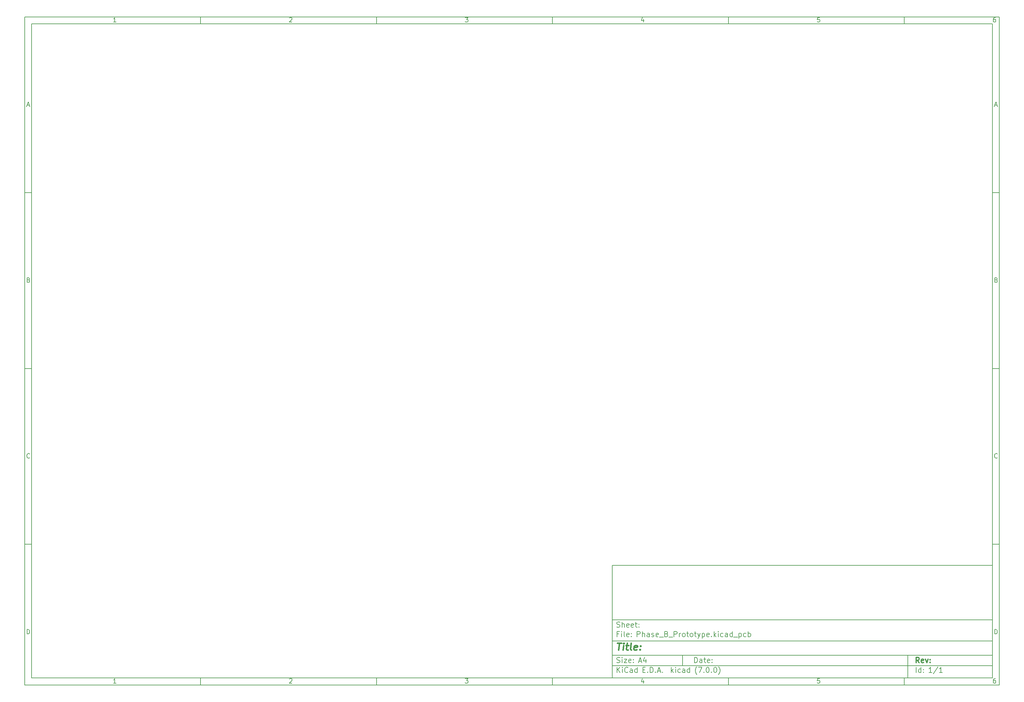
<source format=gbr>
%TF.GenerationSoftware,KiCad,Pcbnew,(7.0.0)*%
%TF.CreationDate,2023-04-24T03:13:22-06:00*%
%TF.ProjectId,Phase_B_Prototype,50686173-655f-4425-9f50-726f746f7479,rev?*%
%TF.SameCoordinates,Original*%
%TF.FileFunction,Legend,Bot*%
%TF.FilePolarity,Positive*%
%FSLAX46Y46*%
G04 Gerber Fmt 4.6, Leading zero omitted, Abs format (unit mm)*
G04 Created by KiCad (PCBNEW (7.0.0)) date 2023-04-24 03:13:22*
%MOMM*%
%LPD*%
G01*
G04 APERTURE LIST*
%ADD10C,0.100000*%
%ADD11C,0.150000*%
%ADD12C,0.300000*%
%ADD13C,0.400000*%
%ADD14R,1.700000X1.700000*%
%ADD15O,1.700000X1.700000*%
%ADD16R,2.000000X2.000000*%
%ADD17C,2.000000*%
%ADD18C,1.000000*%
%ADD19C,3.000000*%
%ADD20R,1.500000X1.500000*%
%ADD21C,1.500000*%
%TA.AperFunction,Profile*%
%ADD22C,0.150000*%
%TD*%
G04 APERTURE END LIST*
D10*
D11*
X177002200Y-166007200D02*
X285002200Y-166007200D01*
X285002200Y-198007200D01*
X177002200Y-198007200D01*
X177002200Y-166007200D01*
D10*
D11*
X10000000Y-10000000D02*
X287002200Y-10000000D01*
X287002200Y-200007200D01*
X10000000Y-200007200D01*
X10000000Y-10000000D01*
D10*
D11*
X12000000Y-12000000D02*
X285002200Y-12000000D01*
X285002200Y-198007200D01*
X12000000Y-198007200D01*
X12000000Y-12000000D01*
D10*
D11*
X60000000Y-12000000D02*
X60000000Y-10000000D01*
D10*
D11*
X110000000Y-12000000D02*
X110000000Y-10000000D01*
D10*
D11*
X160000000Y-12000000D02*
X160000000Y-10000000D01*
D10*
D11*
X210000000Y-12000000D02*
X210000000Y-10000000D01*
D10*
D11*
X260000000Y-12000000D02*
X260000000Y-10000000D01*
D10*
D11*
X35990476Y-11477595D02*
X35247619Y-11477595D01*
X35619047Y-11477595D02*
X35619047Y-10177595D01*
X35619047Y-10177595D02*
X35495238Y-10363309D01*
X35495238Y-10363309D02*
X35371428Y-10487119D01*
X35371428Y-10487119D02*
X35247619Y-10549023D01*
D10*
D11*
X85247619Y-10301404D02*
X85309523Y-10239500D01*
X85309523Y-10239500D02*
X85433333Y-10177595D01*
X85433333Y-10177595D02*
X85742857Y-10177595D01*
X85742857Y-10177595D02*
X85866666Y-10239500D01*
X85866666Y-10239500D02*
X85928571Y-10301404D01*
X85928571Y-10301404D02*
X85990476Y-10425214D01*
X85990476Y-10425214D02*
X85990476Y-10549023D01*
X85990476Y-10549023D02*
X85928571Y-10734738D01*
X85928571Y-10734738D02*
X85185714Y-11477595D01*
X85185714Y-11477595D02*
X85990476Y-11477595D01*
D10*
D11*
X135185714Y-10177595D02*
X135990476Y-10177595D01*
X135990476Y-10177595D02*
X135557142Y-10672833D01*
X135557142Y-10672833D02*
X135742857Y-10672833D01*
X135742857Y-10672833D02*
X135866666Y-10734738D01*
X135866666Y-10734738D02*
X135928571Y-10796642D01*
X135928571Y-10796642D02*
X135990476Y-10920452D01*
X135990476Y-10920452D02*
X135990476Y-11229976D01*
X135990476Y-11229976D02*
X135928571Y-11353785D01*
X135928571Y-11353785D02*
X135866666Y-11415690D01*
X135866666Y-11415690D02*
X135742857Y-11477595D01*
X135742857Y-11477595D02*
X135371428Y-11477595D01*
X135371428Y-11477595D02*
X135247619Y-11415690D01*
X135247619Y-11415690D02*
X135185714Y-11353785D01*
D10*
D11*
X185866666Y-10610928D02*
X185866666Y-11477595D01*
X185557142Y-10115690D02*
X185247619Y-11044261D01*
X185247619Y-11044261D02*
X186052380Y-11044261D01*
D10*
D11*
X235928571Y-10177595D02*
X235309523Y-10177595D01*
X235309523Y-10177595D02*
X235247619Y-10796642D01*
X235247619Y-10796642D02*
X235309523Y-10734738D01*
X235309523Y-10734738D02*
X235433333Y-10672833D01*
X235433333Y-10672833D02*
X235742857Y-10672833D01*
X235742857Y-10672833D02*
X235866666Y-10734738D01*
X235866666Y-10734738D02*
X235928571Y-10796642D01*
X235928571Y-10796642D02*
X235990476Y-10920452D01*
X235990476Y-10920452D02*
X235990476Y-11229976D01*
X235990476Y-11229976D02*
X235928571Y-11353785D01*
X235928571Y-11353785D02*
X235866666Y-11415690D01*
X235866666Y-11415690D02*
X235742857Y-11477595D01*
X235742857Y-11477595D02*
X235433333Y-11477595D01*
X235433333Y-11477595D02*
X235309523Y-11415690D01*
X235309523Y-11415690D02*
X235247619Y-11353785D01*
D10*
D11*
X285866666Y-10177595D02*
X285619047Y-10177595D01*
X285619047Y-10177595D02*
X285495238Y-10239500D01*
X285495238Y-10239500D02*
X285433333Y-10301404D01*
X285433333Y-10301404D02*
X285309523Y-10487119D01*
X285309523Y-10487119D02*
X285247619Y-10734738D01*
X285247619Y-10734738D02*
X285247619Y-11229976D01*
X285247619Y-11229976D02*
X285309523Y-11353785D01*
X285309523Y-11353785D02*
X285371428Y-11415690D01*
X285371428Y-11415690D02*
X285495238Y-11477595D01*
X285495238Y-11477595D02*
X285742857Y-11477595D01*
X285742857Y-11477595D02*
X285866666Y-11415690D01*
X285866666Y-11415690D02*
X285928571Y-11353785D01*
X285928571Y-11353785D02*
X285990476Y-11229976D01*
X285990476Y-11229976D02*
X285990476Y-10920452D01*
X285990476Y-10920452D02*
X285928571Y-10796642D01*
X285928571Y-10796642D02*
X285866666Y-10734738D01*
X285866666Y-10734738D02*
X285742857Y-10672833D01*
X285742857Y-10672833D02*
X285495238Y-10672833D01*
X285495238Y-10672833D02*
X285371428Y-10734738D01*
X285371428Y-10734738D02*
X285309523Y-10796642D01*
X285309523Y-10796642D02*
X285247619Y-10920452D01*
D10*
D11*
X60000000Y-198007200D02*
X60000000Y-200007200D01*
D10*
D11*
X110000000Y-198007200D02*
X110000000Y-200007200D01*
D10*
D11*
X160000000Y-198007200D02*
X160000000Y-200007200D01*
D10*
D11*
X210000000Y-198007200D02*
X210000000Y-200007200D01*
D10*
D11*
X260000000Y-198007200D02*
X260000000Y-200007200D01*
D10*
D11*
X35990476Y-199484795D02*
X35247619Y-199484795D01*
X35619047Y-199484795D02*
X35619047Y-198184795D01*
X35619047Y-198184795D02*
X35495238Y-198370509D01*
X35495238Y-198370509D02*
X35371428Y-198494319D01*
X35371428Y-198494319D02*
X35247619Y-198556223D01*
D10*
D11*
X85247619Y-198308604D02*
X85309523Y-198246700D01*
X85309523Y-198246700D02*
X85433333Y-198184795D01*
X85433333Y-198184795D02*
X85742857Y-198184795D01*
X85742857Y-198184795D02*
X85866666Y-198246700D01*
X85866666Y-198246700D02*
X85928571Y-198308604D01*
X85928571Y-198308604D02*
X85990476Y-198432414D01*
X85990476Y-198432414D02*
X85990476Y-198556223D01*
X85990476Y-198556223D02*
X85928571Y-198741938D01*
X85928571Y-198741938D02*
X85185714Y-199484795D01*
X85185714Y-199484795D02*
X85990476Y-199484795D01*
D10*
D11*
X135185714Y-198184795D02*
X135990476Y-198184795D01*
X135990476Y-198184795D02*
X135557142Y-198680033D01*
X135557142Y-198680033D02*
X135742857Y-198680033D01*
X135742857Y-198680033D02*
X135866666Y-198741938D01*
X135866666Y-198741938D02*
X135928571Y-198803842D01*
X135928571Y-198803842D02*
X135990476Y-198927652D01*
X135990476Y-198927652D02*
X135990476Y-199237176D01*
X135990476Y-199237176D02*
X135928571Y-199360985D01*
X135928571Y-199360985D02*
X135866666Y-199422890D01*
X135866666Y-199422890D02*
X135742857Y-199484795D01*
X135742857Y-199484795D02*
X135371428Y-199484795D01*
X135371428Y-199484795D02*
X135247619Y-199422890D01*
X135247619Y-199422890D02*
X135185714Y-199360985D01*
D10*
D11*
X185866666Y-198618128D02*
X185866666Y-199484795D01*
X185557142Y-198122890D02*
X185247619Y-199051461D01*
X185247619Y-199051461D02*
X186052380Y-199051461D01*
D10*
D11*
X235928571Y-198184795D02*
X235309523Y-198184795D01*
X235309523Y-198184795D02*
X235247619Y-198803842D01*
X235247619Y-198803842D02*
X235309523Y-198741938D01*
X235309523Y-198741938D02*
X235433333Y-198680033D01*
X235433333Y-198680033D02*
X235742857Y-198680033D01*
X235742857Y-198680033D02*
X235866666Y-198741938D01*
X235866666Y-198741938D02*
X235928571Y-198803842D01*
X235928571Y-198803842D02*
X235990476Y-198927652D01*
X235990476Y-198927652D02*
X235990476Y-199237176D01*
X235990476Y-199237176D02*
X235928571Y-199360985D01*
X235928571Y-199360985D02*
X235866666Y-199422890D01*
X235866666Y-199422890D02*
X235742857Y-199484795D01*
X235742857Y-199484795D02*
X235433333Y-199484795D01*
X235433333Y-199484795D02*
X235309523Y-199422890D01*
X235309523Y-199422890D02*
X235247619Y-199360985D01*
D10*
D11*
X285866666Y-198184795D02*
X285619047Y-198184795D01*
X285619047Y-198184795D02*
X285495238Y-198246700D01*
X285495238Y-198246700D02*
X285433333Y-198308604D01*
X285433333Y-198308604D02*
X285309523Y-198494319D01*
X285309523Y-198494319D02*
X285247619Y-198741938D01*
X285247619Y-198741938D02*
X285247619Y-199237176D01*
X285247619Y-199237176D02*
X285309523Y-199360985D01*
X285309523Y-199360985D02*
X285371428Y-199422890D01*
X285371428Y-199422890D02*
X285495238Y-199484795D01*
X285495238Y-199484795D02*
X285742857Y-199484795D01*
X285742857Y-199484795D02*
X285866666Y-199422890D01*
X285866666Y-199422890D02*
X285928571Y-199360985D01*
X285928571Y-199360985D02*
X285990476Y-199237176D01*
X285990476Y-199237176D02*
X285990476Y-198927652D01*
X285990476Y-198927652D02*
X285928571Y-198803842D01*
X285928571Y-198803842D02*
X285866666Y-198741938D01*
X285866666Y-198741938D02*
X285742857Y-198680033D01*
X285742857Y-198680033D02*
X285495238Y-198680033D01*
X285495238Y-198680033D02*
X285371428Y-198741938D01*
X285371428Y-198741938D02*
X285309523Y-198803842D01*
X285309523Y-198803842D02*
X285247619Y-198927652D01*
D10*
D11*
X10000000Y-60000000D02*
X12000000Y-60000000D01*
D10*
D11*
X10000000Y-110000000D02*
X12000000Y-110000000D01*
D10*
D11*
X10000000Y-160000000D02*
X12000000Y-160000000D01*
D10*
D11*
X10690476Y-35106166D02*
X11309523Y-35106166D01*
X10566666Y-35477595D02*
X10999999Y-34177595D01*
X10999999Y-34177595D02*
X11433333Y-35477595D01*
D10*
D11*
X11092857Y-84796642D02*
X11278571Y-84858547D01*
X11278571Y-84858547D02*
X11340476Y-84920452D01*
X11340476Y-84920452D02*
X11402380Y-85044261D01*
X11402380Y-85044261D02*
X11402380Y-85229976D01*
X11402380Y-85229976D02*
X11340476Y-85353785D01*
X11340476Y-85353785D02*
X11278571Y-85415690D01*
X11278571Y-85415690D02*
X11154761Y-85477595D01*
X11154761Y-85477595D02*
X10659523Y-85477595D01*
X10659523Y-85477595D02*
X10659523Y-84177595D01*
X10659523Y-84177595D02*
X11092857Y-84177595D01*
X11092857Y-84177595D02*
X11216666Y-84239500D01*
X11216666Y-84239500D02*
X11278571Y-84301404D01*
X11278571Y-84301404D02*
X11340476Y-84425214D01*
X11340476Y-84425214D02*
X11340476Y-84549023D01*
X11340476Y-84549023D02*
X11278571Y-84672833D01*
X11278571Y-84672833D02*
X11216666Y-84734738D01*
X11216666Y-84734738D02*
X11092857Y-84796642D01*
X11092857Y-84796642D02*
X10659523Y-84796642D01*
D10*
D11*
X11402380Y-135353785D02*
X11340476Y-135415690D01*
X11340476Y-135415690D02*
X11154761Y-135477595D01*
X11154761Y-135477595D02*
X11030952Y-135477595D01*
X11030952Y-135477595D02*
X10845238Y-135415690D01*
X10845238Y-135415690D02*
X10721428Y-135291880D01*
X10721428Y-135291880D02*
X10659523Y-135168071D01*
X10659523Y-135168071D02*
X10597619Y-134920452D01*
X10597619Y-134920452D02*
X10597619Y-134734738D01*
X10597619Y-134734738D02*
X10659523Y-134487119D01*
X10659523Y-134487119D02*
X10721428Y-134363309D01*
X10721428Y-134363309D02*
X10845238Y-134239500D01*
X10845238Y-134239500D02*
X11030952Y-134177595D01*
X11030952Y-134177595D02*
X11154761Y-134177595D01*
X11154761Y-134177595D02*
X11340476Y-134239500D01*
X11340476Y-134239500D02*
X11402380Y-134301404D01*
D10*
D11*
X10659523Y-185477595D02*
X10659523Y-184177595D01*
X10659523Y-184177595D02*
X10969047Y-184177595D01*
X10969047Y-184177595D02*
X11154761Y-184239500D01*
X11154761Y-184239500D02*
X11278571Y-184363309D01*
X11278571Y-184363309D02*
X11340476Y-184487119D01*
X11340476Y-184487119D02*
X11402380Y-184734738D01*
X11402380Y-184734738D02*
X11402380Y-184920452D01*
X11402380Y-184920452D02*
X11340476Y-185168071D01*
X11340476Y-185168071D02*
X11278571Y-185291880D01*
X11278571Y-185291880D02*
X11154761Y-185415690D01*
X11154761Y-185415690D02*
X10969047Y-185477595D01*
X10969047Y-185477595D02*
X10659523Y-185477595D01*
D10*
D11*
X287002200Y-60000000D02*
X285002200Y-60000000D01*
D10*
D11*
X287002200Y-110000000D02*
X285002200Y-110000000D01*
D10*
D11*
X287002200Y-160000000D02*
X285002200Y-160000000D01*
D10*
D11*
X285692676Y-35106166D02*
X286311723Y-35106166D01*
X285568866Y-35477595D02*
X286002199Y-34177595D01*
X286002199Y-34177595D02*
X286435533Y-35477595D01*
D10*
D11*
X286095057Y-84796642D02*
X286280771Y-84858547D01*
X286280771Y-84858547D02*
X286342676Y-84920452D01*
X286342676Y-84920452D02*
X286404580Y-85044261D01*
X286404580Y-85044261D02*
X286404580Y-85229976D01*
X286404580Y-85229976D02*
X286342676Y-85353785D01*
X286342676Y-85353785D02*
X286280771Y-85415690D01*
X286280771Y-85415690D02*
X286156961Y-85477595D01*
X286156961Y-85477595D02*
X285661723Y-85477595D01*
X285661723Y-85477595D02*
X285661723Y-84177595D01*
X285661723Y-84177595D02*
X286095057Y-84177595D01*
X286095057Y-84177595D02*
X286218866Y-84239500D01*
X286218866Y-84239500D02*
X286280771Y-84301404D01*
X286280771Y-84301404D02*
X286342676Y-84425214D01*
X286342676Y-84425214D02*
X286342676Y-84549023D01*
X286342676Y-84549023D02*
X286280771Y-84672833D01*
X286280771Y-84672833D02*
X286218866Y-84734738D01*
X286218866Y-84734738D02*
X286095057Y-84796642D01*
X286095057Y-84796642D02*
X285661723Y-84796642D01*
D10*
D11*
X286404580Y-135353785D02*
X286342676Y-135415690D01*
X286342676Y-135415690D02*
X286156961Y-135477595D01*
X286156961Y-135477595D02*
X286033152Y-135477595D01*
X286033152Y-135477595D02*
X285847438Y-135415690D01*
X285847438Y-135415690D02*
X285723628Y-135291880D01*
X285723628Y-135291880D02*
X285661723Y-135168071D01*
X285661723Y-135168071D02*
X285599819Y-134920452D01*
X285599819Y-134920452D02*
X285599819Y-134734738D01*
X285599819Y-134734738D02*
X285661723Y-134487119D01*
X285661723Y-134487119D02*
X285723628Y-134363309D01*
X285723628Y-134363309D02*
X285847438Y-134239500D01*
X285847438Y-134239500D02*
X286033152Y-134177595D01*
X286033152Y-134177595D02*
X286156961Y-134177595D01*
X286156961Y-134177595D02*
X286342676Y-134239500D01*
X286342676Y-134239500D02*
X286404580Y-134301404D01*
D10*
D11*
X285661723Y-185477595D02*
X285661723Y-184177595D01*
X285661723Y-184177595D02*
X285971247Y-184177595D01*
X285971247Y-184177595D02*
X286156961Y-184239500D01*
X286156961Y-184239500D02*
X286280771Y-184363309D01*
X286280771Y-184363309D02*
X286342676Y-184487119D01*
X286342676Y-184487119D02*
X286404580Y-184734738D01*
X286404580Y-184734738D02*
X286404580Y-184920452D01*
X286404580Y-184920452D02*
X286342676Y-185168071D01*
X286342676Y-185168071D02*
X286280771Y-185291880D01*
X286280771Y-185291880D02*
X286156961Y-185415690D01*
X286156961Y-185415690D02*
X285971247Y-185477595D01*
X285971247Y-185477595D02*
X285661723Y-185477595D01*
D10*
D11*
X200359342Y-193658271D02*
X200359342Y-192158271D01*
X200359342Y-192158271D02*
X200716485Y-192158271D01*
X200716485Y-192158271D02*
X200930771Y-192229700D01*
X200930771Y-192229700D02*
X201073628Y-192372557D01*
X201073628Y-192372557D02*
X201145057Y-192515414D01*
X201145057Y-192515414D02*
X201216485Y-192801128D01*
X201216485Y-192801128D02*
X201216485Y-193015414D01*
X201216485Y-193015414D02*
X201145057Y-193301128D01*
X201145057Y-193301128D02*
X201073628Y-193443985D01*
X201073628Y-193443985D02*
X200930771Y-193586842D01*
X200930771Y-193586842D02*
X200716485Y-193658271D01*
X200716485Y-193658271D02*
X200359342Y-193658271D01*
X202502200Y-193658271D02*
X202502200Y-192872557D01*
X202502200Y-192872557D02*
X202430771Y-192729700D01*
X202430771Y-192729700D02*
X202287914Y-192658271D01*
X202287914Y-192658271D02*
X202002200Y-192658271D01*
X202002200Y-192658271D02*
X201859342Y-192729700D01*
X202502200Y-193586842D02*
X202359342Y-193658271D01*
X202359342Y-193658271D02*
X202002200Y-193658271D01*
X202002200Y-193658271D02*
X201859342Y-193586842D01*
X201859342Y-193586842D02*
X201787914Y-193443985D01*
X201787914Y-193443985D02*
X201787914Y-193301128D01*
X201787914Y-193301128D02*
X201859342Y-193158271D01*
X201859342Y-193158271D02*
X202002200Y-193086842D01*
X202002200Y-193086842D02*
X202359342Y-193086842D01*
X202359342Y-193086842D02*
X202502200Y-193015414D01*
X203002200Y-192658271D02*
X203573628Y-192658271D01*
X203216485Y-192158271D02*
X203216485Y-193443985D01*
X203216485Y-193443985D02*
X203287914Y-193586842D01*
X203287914Y-193586842D02*
X203430771Y-193658271D01*
X203430771Y-193658271D02*
X203573628Y-193658271D01*
X204645057Y-193586842D02*
X204502200Y-193658271D01*
X204502200Y-193658271D02*
X204216486Y-193658271D01*
X204216486Y-193658271D02*
X204073628Y-193586842D01*
X204073628Y-193586842D02*
X204002200Y-193443985D01*
X204002200Y-193443985D02*
X204002200Y-192872557D01*
X204002200Y-192872557D02*
X204073628Y-192729700D01*
X204073628Y-192729700D02*
X204216486Y-192658271D01*
X204216486Y-192658271D02*
X204502200Y-192658271D01*
X204502200Y-192658271D02*
X204645057Y-192729700D01*
X204645057Y-192729700D02*
X204716486Y-192872557D01*
X204716486Y-192872557D02*
X204716486Y-193015414D01*
X204716486Y-193015414D02*
X204002200Y-193158271D01*
X205359342Y-193515414D02*
X205430771Y-193586842D01*
X205430771Y-193586842D02*
X205359342Y-193658271D01*
X205359342Y-193658271D02*
X205287914Y-193586842D01*
X205287914Y-193586842D02*
X205359342Y-193515414D01*
X205359342Y-193515414D02*
X205359342Y-193658271D01*
X205359342Y-192729700D02*
X205430771Y-192801128D01*
X205430771Y-192801128D02*
X205359342Y-192872557D01*
X205359342Y-192872557D02*
X205287914Y-192801128D01*
X205287914Y-192801128D02*
X205359342Y-192729700D01*
X205359342Y-192729700D02*
X205359342Y-192872557D01*
D10*
D11*
X177002200Y-194507200D02*
X285002200Y-194507200D01*
D10*
D11*
X178359342Y-196458271D02*
X178359342Y-194958271D01*
X179216485Y-196458271D02*
X178573628Y-195601128D01*
X179216485Y-194958271D02*
X178359342Y-195815414D01*
X179859342Y-196458271D02*
X179859342Y-195458271D01*
X179859342Y-194958271D02*
X179787914Y-195029700D01*
X179787914Y-195029700D02*
X179859342Y-195101128D01*
X179859342Y-195101128D02*
X179930771Y-195029700D01*
X179930771Y-195029700D02*
X179859342Y-194958271D01*
X179859342Y-194958271D02*
X179859342Y-195101128D01*
X181430771Y-196315414D02*
X181359343Y-196386842D01*
X181359343Y-196386842D02*
X181145057Y-196458271D01*
X181145057Y-196458271D02*
X181002200Y-196458271D01*
X181002200Y-196458271D02*
X180787914Y-196386842D01*
X180787914Y-196386842D02*
X180645057Y-196243985D01*
X180645057Y-196243985D02*
X180573628Y-196101128D01*
X180573628Y-196101128D02*
X180502200Y-195815414D01*
X180502200Y-195815414D02*
X180502200Y-195601128D01*
X180502200Y-195601128D02*
X180573628Y-195315414D01*
X180573628Y-195315414D02*
X180645057Y-195172557D01*
X180645057Y-195172557D02*
X180787914Y-195029700D01*
X180787914Y-195029700D02*
X181002200Y-194958271D01*
X181002200Y-194958271D02*
X181145057Y-194958271D01*
X181145057Y-194958271D02*
X181359343Y-195029700D01*
X181359343Y-195029700D02*
X181430771Y-195101128D01*
X182716486Y-196458271D02*
X182716486Y-195672557D01*
X182716486Y-195672557D02*
X182645057Y-195529700D01*
X182645057Y-195529700D02*
X182502200Y-195458271D01*
X182502200Y-195458271D02*
X182216486Y-195458271D01*
X182216486Y-195458271D02*
X182073628Y-195529700D01*
X182716486Y-196386842D02*
X182573628Y-196458271D01*
X182573628Y-196458271D02*
X182216486Y-196458271D01*
X182216486Y-196458271D02*
X182073628Y-196386842D01*
X182073628Y-196386842D02*
X182002200Y-196243985D01*
X182002200Y-196243985D02*
X182002200Y-196101128D01*
X182002200Y-196101128D02*
X182073628Y-195958271D01*
X182073628Y-195958271D02*
X182216486Y-195886842D01*
X182216486Y-195886842D02*
X182573628Y-195886842D01*
X182573628Y-195886842D02*
X182716486Y-195815414D01*
X184073629Y-196458271D02*
X184073629Y-194958271D01*
X184073629Y-196386842D02*
X183930771Y-196458271D01*
X183930771Y-196458271D02*
X183645057Y-196458271D01*
X183645057Y-196458271D02*
X183502200Y-196386842D01*
X183502200Y-196386842D02*
X183430771Y-196315414D01*
X183430771Y-196315414D02*
X183359343Y-196172557D01*
X183359343Y-196172557D02*
X183359343Y-195743985D01*
X183359343Y-195743985D02*
X183430771Y-195601128D01*
X183430771Y-195601128D02*
X183502200Y-195529700D01*
X183502200Y-195529700D02*
X183645057Y-195458271D01*
X183645057Y-195458271D02*
X183930771Y-195458271D01*
X183930771Y-195458271D02*
X184073629Y-195529700D01*
X185687914Y-195672557D02*
X186187914Y-195672557D01*
X186402200Y-196458271D02*
X185687914Y-196458271D01*
X185687914Y-196458271D02*
X185687914Y-194958271D01*
X185687914Y-194958271D02*
X186402200Y-194958271D01*
X187045057Y-196315414D02*
X187116486Y-196386842D01*
X187116486Y-196386842D02*
X187045057Y-196458271D01*
X187045057Y-196458271D02*
X186973629Y-196386842D01*
X186973629Y-196386842D02*
X187045057Y-196315414D01*
X187045057Y-196315414D02*
X187045057Y-196458271D01*
X187759343Y-196458271D02*
X187759343Y-194958271D01*
X187759343Y-194958271D02*
X188116486Y-194958271D01*
X188116486Y-194958271D02*
X188330772Y-195029700D01*
X188330772Y-195029700D02*
X188473629Y-195172557D01*
X188473629Y-195172557D02*
X188545058Y-195315414D01*
X188545058Y-195315414D02*
X188616486Y-195601128D01*
X188616486Y-195601128D02*
X188616486Y-195815414D01*
X188616486Y-195815414D02*
X188545058Y-196101128D01*
X188545058Y-196101128D02*
X188473629Y-196243985D01*
X188473629Y-196243985D02*
X188330772Y-196386842D01*
X188330772Y-196386842D02*
X188116486Y-196458271D01*
X188116486Y-196458271D02*
X187759343Y-196458271D01*
X189259343Y-196315414D02*
X189330772Y-196386842D01*
X189330772Y-196386842D02*
X189259343Y-196458271D01*
X189259343Y-196458271D02*
X189187915Y-196386842D01*
X189187915Y-196386842D02*
X189259343Y-196315414D01*
X189259343Y-196315414D02*
X189259343Y-196458271D01*
X189902201Y-196029700D02*
X190616487Y-196029700D01*
X189759344Y-196458271D02*
X190259344Y-194958271D01*
X190259344Y-194958271D02*
X190759344Y-196458271D01*
X191259343Y-196315414D02*
X191330772Y-196386842D01*
X191330772Y-196386842D02*
X191259343Y-196458271D01*
X191259343Y-196458271D02*
X191187915Y-196386842D01*
X191187915Y-196386842D02*
X191259343Y-196315414D01*
X191259343Y-196315414D02*
X191259343Y-196458271D01*
X193773629Y-196458271D02*
X193773629Y-194958271D01*
X193916487Y-195886842D02*
X194345058Y-196458271D01*
X194345058Y-195458271D02*
X193773629Y-196029700D01*
X194987915Y-196458271D02*
X194987915Y-195458271D01*
X194987915Y-194958271D02*
X194916487Y-195029700D01*
X194916487Y-195029700D02*
X194987915Y-195101128D01*
X194987915Y-195101128D02*
X195059344Y-195029700D01*
X195059344Y-195029700D02*
X194987915Y-194958271D01*
X194987915Y-194958271D02*
X194987915Y-195101128D01*
X196345059Y-196386842D02*
X196202201Y-196458271D01*
X196202201Y-196458271D02*
X195916487Y-196458271D01*
X195916487Y-196458271D02*
X195773630Y-196386842D01*
X195773630Y-196386842D02*
X195702201Y-196315414D01*
X195702201Y-196315414D02*
X195630773Y-196172557D01*
X195630773Y-196172557D02*
X195630773Y-195743985D01*
X195630773Y-195743985D02*
X195702201Y-195601128D01*
X195702201Y-195601128D02*
X195773630Y-195529700D01*
X195773630Y-195529700D02*
X195916487Y-195458271D01*
X195916487Y-195458271D02*
X196202201Y-195458271D01*
X196202201Y-195458271D02*
X196345059Y-195529700D01*
X197630773Y-196458271D02*
X197630773Y-195672557D01*
X197630773Y-195672557D02*
X197559344Y-195529700D01*
X197559344Y-195529700D02*
X197416487Y-195458271D01*
X197416487Y-195458271D02*
X197130773Y-195458271D01*
X197130773Y-195458271D02*
X196987915Y-195529700D01*
X197630773Y-196386842D02*
X197487915Y-196458271D01*
X197487915Y-196458271D02*
X197130773Y-196458271D01*
X197130773Y-196458271D02*
X196987915Y-196386842D01*
X196987915Y-196386842D02*
X196916487Y-196243985D01*
X196916487Y-196243985D02*
X196916487Y-196101128D01*
X196916487Y-196101128D02*
X196987915Y-195958271D01*
X196987915Y-195958271D02*
X197130773Y-195886842D01*
X197130773Y-195886842D02*
X197487915Y-195886842D01*
X197487915Y-195886842D02*
X197630773Y-195815414D01*
X198987916Y-196458271D02*
X198987916Y-194958271D01*
X198987916Y-196386842D02*
X198845058Y-196458271D01*
X198845058Y-196458271D02*
X198559344Y-196458271D01*
X198559344Y-196458271D02*
X198416487Y-196386842D01*
X198416487Y-196386842D02*
X198345058Y-196315414D01*
X198345058Y-196315414D02*
X198273630Y-196172557D01*
X198273630Y-196172557D02*
X198273630Y-195743985D01*
X198273630Y-195743985D02*
X198345058Y-195601128D01*
X198345058Y-195601128D02*
X198416487Y-195529700D01*
X198416487Y-195529700D02*
X198559344Y-195458271D01*
X198559344Y-195458271D02*
X198845058Y-195458271D01*
X198845058Y-195458271D02*
X198987916Y-195529700D01*
X201030773Y-197029700D02*
X200959344Y-196958271D01*
X200959344Y-196958271D02*
X200816487Y-196743985D01*
X200816487Y-196743985D02*
X200745059Y-196601128D01*
X200745059Y-196601128D02*
X200673630Y-196386842D01*
X200673630Y-196386842D02*
X200602201Y-196029700D01*
X200602201Y-196029700D02*
X200602201Y-195743985D01*
X200602201Y-195743985D02*
X200673630Y-195386842D01*
X200673630Y-195386842D02*
X200745059Y-195172557D01*
X200745059Y-195172557D02*
X200816487Y-195029700D01*
X200816487Y-195029700D02*
X200959344Y-194815414D01*
X200959344Y-194815414D02*
X201030773Y-194743985D01*
X201459344Y-194958271D02*
X202459344Y-194958271D01*
X202459344Y-194958271D02*
X201816487Y-196458271D01*
X203030772Y-196315414D02*
X203102201Y-196386842D01*
X203102201Y-196386842D02*
X203030772Y-196458271D01*
X203030772Y-196458271D02*
X202959344Y-196386842D01*
X202959344Y-196386842D02*
X203030772Y-196315414D01*
X203030772Y-196315414D02*
X203030772Y-196458271D01*
X204030773Y-194958271D02*
X204173630Y-194958271D01*
X204173630Y-194958271D02*
X204316487Y-195029700D01*
X204316487Y-195029700D02*
X204387916Y-195101128D01*
X204387916Y-195101128D02*
X204459344Y-195243985D01*
X204459344Y-195243985D02*
X204530773Y-195529700D01*
X204530773Y-195529700D02*
X204530773Y-195886842D01*
X204530773Y-195886842D02*
X204459344Y-196172557D01*
X204459344Y-196172557D02*
X204387916Y-196315414D01*
X204387916Y-196315414D02*
X204316487Y-196386842D01*
X204316487Y-196386842D02*
X204173630Y-196458271D01*
X204173630Y-196458271D02*
X204030773Y-196458271D01*
X204030773Y-196458271D02*
X203887916Y-196386842D01*
X203887916Y-196386842D02*
X203816487Y-196315414D01*
X203816487Y-196315414D02*
X203745058Y-196172557D01*
X203745058Y-196172557D02*
X203673630Y-195886842D01*
X203673630Y-195886842D02*
X203673630Y-195529700D01*
X203673630Y-195529700D02*
X203745058Y-195243985D01*
X203745058Y-195243985D02*
X203816487Y-195101128D01*
X203816487Y-195101128D02*
X203887916Y-195029700D01*
X203887916Y-195029700D02*
X204030773Y-194958271D01*
X205173629Y-196315414D02*
X205245058Y-196386842D01*
X205245058Y-196386842D02*
X205173629Y-196458271D01*
X205173629Y-196458271D02*
X205102201Y-196386842D01*
X205102201Y-196386842D02*
X205173629Y-196315414D01*
X205173629Y-196315414D02*
X205173629Y-196458271D01*
X206173630Y-194958271D02*
X206316487Y-194958271D01*
X206316487Y-194958271D02*
X206459344Y-195029700D01*
X206459344Y-195029700D02*
X206530773Y-195101128D01*
X206530773Y-195101128D02*
X206602201Y-195243985D01*
X206602201Y-195243985D02*
X206673630Y-195529700D01*
X206673630Y-195529700D02*
X206673630Y-195886842D01*
X206673630Y-195886842D02*
X206602201Y-196172557D01*
X206602201Y-196172557D02*
X206530773Y-196315414D01*
X206530773Y-196315414D02*
X206459344Y-196386842D01*
X206459344Y-196386842D02*
X206316487Y-196458271D01*
X206316487Y-196458271D02*
X206173630Y-196458271D01*
X206173630Y-196458271D02*
X206030773Y-196386842D01*
X206030773Y-196386842D02*
X205959344Y-196315414D01*
X205959344Y-196315414D02*
X205887915Y-196172557D01*
X205887915Y-196172557D02*
X205816487Y-195886842D01*
X205816487Y-195886842D02*
X205816487Y-195529700D01*
X205816487Y-195529700D02*
X205887915Y-195243985D01*
X205887915Y-195243985D02*
X205959344Y-195101128D01*
X205959344Y-195101128D02*
X206030773Y-195029700D01*
X206030773Y-195029700D02*
X206173630Y-194958271D01*
X207173629Y-197029700D02*
X207245058Y-196958271D01*
X207245058Y-196958271D02*
X207387915Y-196743985D01*
X207387915Y-196743985D02*
X207459344Y-196601128D01*
X207459344Y-196601128D02*
X207530772Y-196386842D01*
X207530772Y-196386842D02*
X207602201Y-196029700D01*
X207602201Y-196029700D02*
X207602201Y-195743985D01*
X207602201Y-195743985D02*
X207530772Y-195386842D01*
X207530772Y-195386842D02*
X207459344Y-195172557D01*
X207459344Y-195172557D02*
X207387915Y-195029700D01*
X207387915Y-195029700D02*
X207245058Y-194815414D01*
X207245058Y-194815414D02*
X207173629Y-194743985D01*
D10*
D11*
X177002200Y-191507200D02*
X285002200Y-191507200D01*
D10*
D12*
X264216485Y-193658271D02*
X263716485Y-192943985D01*
X263359342Y-193658271D02*
X263359342Y-192158271D01*
X263359342Y-192158271D02*
X263930771Y-192158271D01*
X263930771Y-192158271D02*
X264073628Y-192229700D01*
X264073628Y-192229700D02*
X264145057Y-192301128D01*
X264145057Y-192301128D02*
X264216485Y-192443985D01*
X264216485Y-192443985D02*
X264216485Y-192658271D01*
X264216485Y-192658271D02*
X264145057Y-192801128D01*
X264145057Y-192801128D02*
X264073628Y-192872557D01*
X264073628Y-192872557D02*
X263930771Y-192943985D01*
X263930771Y-192943985D02*
X263359342Y-192943985D01*
X265430771Y-193586842D02*
X265287914Y-193658271D01*
X265287914Y-193658271D02*
X265002200Y-193658271D01*
X265002200Y-193658271D02*
X264859342Y-193586842D01*
X264859342Y-193586842D02*
X264787914Y-193443985D01*
X264787914Y-193443985D02*
X264787914Y-192872557D01*
X264787914Y-192872557D02*
X264859342Y-192729700D01*
X264859342Y-192729700D02*
X265002200Y-192658271D01*
X265002200Y-192658271D02*
X265287914Y-192658271D01*
X265287914Y-192658271D02*
X265430771Y-192729700D01*
X265430771Y-192729700D02*
X265502200Y-192872557D01*
X265502200Y-192872557D02*
X265502200Y-193015414D01*
X265502200Y-193015414D02*
X264787914Y-193158271D01*
X266002199Y-192658271D02*
X266359342Y-193658271D01*
X266359342Y-193658271D02*
X266716485Y-192658271D01*
X267287913Y-193515414D02*
X267359342Y-193586842D01*
X267359342Y-193586842D02*
X267287913Y-193658271D01*
X267287913Y-193658271D02*
X267216485Y-193586842D01*
X267216485Y-193586842D02*
X267287913Y-193515414D01*
X267287913Y-193515414D02*
X267287913Y-193658271D01*
X267287913Y-192729700D02*
X267359342Y-192801128D01*
X267359342Y-192801128D02*
X267287913Y-192872557D01*
X267287913Y-192872557D02*
X267216485Y-192801128D01*
X267216485Y-192801128D02*
X267287913Y-192729700D01*
X267287913Y-192729700D02*
X267287913Y-192872557D01*
D10*
D11*
X178287914Y-193586842D02*
X178502200Y-193658271D01*
X178502200Y-193658271D02*
X178859342Y-193658271D01*
X178859342Y-193658271D02*
X179002200Y-193586842D01*
X179002200Y-193586842D02*
X179073628Y-193515414D01*
X179073628Y-193515414D02*
X179145057Y-193372557D01*
X179145057Y-193372557D02*
X179145057Y-193229700D01*
X179145057Y-193229700D02*
X179073628Y-193086842D01*
X179073628Y-193086842D02*
X179002200Y-193015414D01*
X179002200Y-193015414D02*
X178859342Y-192943985D01*
X178859342Y-192943985D02*
X178573628Y-192872557D01*
X178573628Y-192872557D02*
X178430771Y-192801128D01*
X178430771Y-192801128D02*
X178359342Y-192729700D01*
X178359342Y-192729700D02*
X178287914Y-192586842D01*
X178287914Y-192586842D02*
X178287914Y-192443985D01*
X178287914Y-192443985D02*
X178359342Y-192301128D01*
X178359342Y-192301128D02*
X178430771Y-192229700D01*
X178430771Y-192229700D02*
X178573628Y-192158271D01*
X178573628Y-192158271D02*
X178930771Y-192158271D01*
X178930771Y-192158271D02*
X179145057Y-192229700D01*
X179787913Y-193658271D02*
X179787913Y-192658271D01*
X179787913Y-192158271D02*
X179716485Y-192229700D01*
X179716485Y-192229700D02*
X179787913Y-192301128D01*
X179787913Y-192301128D02*
X179859342Y-192229700D01*
X179859342Y-192229700D02*
X179787913Y-192158271D01*
X179787913Y-192158271D02*
X179787913Y-192301128D01*
X180359342Y-192658271D02*
X181145057Y-192658271D01*
X181145057Y-192658271D02*
X180359342Y-193658271D01*
X180359342Y-193658271D02*
X181145057Y-193658271D01*
X182287914Y-193586842D02*
X182145057Y-193658271D01*
X182145057Y-193658271D02*
X181859343Y-193658271D01*
X181859343Y-193658271D02*
X181716485Y-193586842D01*
X181716485Y-193586842D02*
X181645057Y-193443985D01*
X181645057Y-193443985D02*
X181645057Y-192872557D01*
X181645057Y-192872557D02*
X181716485Y-192729700D01*
X181716485Y-192729700D02*
X181859343Y-192658271D01*
X181859343Y-192658271D02*
X182145057Y-192658271D01*
X182145057Y-192658271D02*
X182287914Y-192729700D01*
X182287914Y-192729700D02*
X182359343Y-192872557D01*
X182359343Y-192872557D02*
X182359343Y-193015414D01*
X182359343Y-193015414D02*
X181645057Y-193158271D01*
X183002199Y-193515414D02*
X183073628Y-193586842D01*
X183073628Y-193586842D02*
X183002199Y-193658271D01*
X183002199Y-193658271D02*
X182930771Y-193586842D01*
X182930771Y-193586842D02*
X183002199Y-193515414D01*
X183002199Y-193515414D02*
X183002199Y-193658271D01*
X183002199Y-192729700D02*
X183073628Y-192801128D01*
X183073628Y-192801128D02*
X183002199Y-192872557D01*
X183002199Y-192872557D02*
X182930771Y-192801128D01*
X182930771Y-192801128D02*
X183002199Y-192729700D01*
X183002199Y-192729700D02*
X183002199Y-192872557D01*
X184545057Y-193229700D02*
X185259343Y-193229700D01*
X184402200Y-193658271D02*
X184902200Y-192158271D01*
X184902200Y-192158271D02*
X185402200Y-193658271D01*
X186545057Y-192658271D02*
X186545057Y-193658271D01*
X186187914Y-192086842D02*
X185830771Y-193158271D01*
X185830771Y-193158271D02*
X186759342Y-193158271D01*
D10*
D11*
X263359342Y-196458271D02*
X263359342Y-194958271D01*
X264716486Y-196458271D02*
X264716486Y-194958271D01*
X264716486Y-196386842D02*
X264573628Y-196458271D01*
X264573628Y-196458271D02*
X264287914Y-196458271D01*
X264287914Y-196458271D02*
X264145057Y-196386842D01*
X264145057Y-196386842D02*
X264073628Y-196315414D01*
X264073628Y-196315414D02*
X264002200Y-196172557D01*
X264002200Y-196172557D02*
X264002200Y-195743985D01*
X264002200Y-195743985D02*
X264073628Y-195601128D01*
X264073628Y-195601128D02*
X264145057Y-195529700D01*
X264145057Y-195529700D02*
X264287914Y-195458271D01*
X264287914Y-195458271D02*
X264573628Y-195458271D01*
X264573628Y-195458271D02*
X264716486Y-195529700D01*
X265430771Y-196315414D02*
X265502200Y-196386842D01*
X265502200Y-196386842D02*
X265430771Y-196458271D01*
X265430771Y-196458271D02*
X265359343Y-196386842D01*
X265359343Y-196386842D02*
X265430771Y-196315414D01*
X265430771Y-196315414D02*
X265430771Y-196458271D01*
X265430771Y-195529700D02*
X265502200Y-195601128D01*
X265502200Y-195601128D02*
X265430771Y-195672557D01*
X265430771Y-195672557D02*
X265359343Y-195601128D01*
X265359343Y-195601128D02*
X265430771Y-195529700D01*
X265430771Y-195529700D02*
X265430771Y-195672557D01*
X267830772Y-196458271D02*
X266973629Y-196458271D01*
X267402200Y-196458271D02*
X267402200Y-194958271D01*
X267402200Y-194958271D02*
X267259343Y-195172557D01*
X267259343Y-195172557D02*
X267116486Y-195315414D01*
X267116486Y-195315414D02*
X266973629Y-195386842D01*
X269545057Y-194886842D02*
X268259343Y-196815414D01*
X270830772Y-196458271D02*
X269973629Y-196458271D01*
X270402200Y-196458271D02*
X270402200Y-194958271D01*
X270402200Y-194958271D02*
X270259343Y-195172557D01*
X270259343Y-195172557D02*
X270116486Y-195315414D01*
X270116486Y-195315414D02*
X269973629Y-195386842D01*
D10*
D11*
X177002200Y-187507200D02*
X285002200Y-187507200D01*
D10*
D13*
X178454580Y-188041961D02*
X179597438Y-188041961D01*
X178776009Y-190041961D02*
X179026009Y-188041961D01*
X180014105Y-190041961D02*
X180180771Y-188708628D01*
X180264105Y-188041961D02*
X180156962Y-188137200D01*
X180156962Y-188137200D02*
X180240295Y-188232438D01*
X180240295Y-188232438D02*
X180347438Y-188137200D01*
X180347438Y-188137200D02*
X180264105Y-188041961D01*
X180264105Y-188041961D02*
X180240295Y-188232438D01*
X180847438Y-188708628D02*
X181609343Y-188708628D01*
X181216486Y-188041961D02*
X181002200Y-189756247D01*
X181002200Y-189756247D02*
X181073629Y-189946723D01*
X181073629Y-189946723D02*
X181252200Y-190041961D01*
X181252200Y-190041961D02*
X181442676Y-190041961D01*
X182395057Y-190041961D02*
X182216486Y-189946723D01*
X182216486Y-189946723D02*
X182145057Y-189756247D01*
X182145057Y-189756247D02*
X182359343Y-188041961D01*
X183930771Y-189946723D02*
X183728390Y-190041961D01*
X183728390Y-190041961D02*
X183347438Y-190041961D01*
X183347438Y-190041961D02*
X183168867Y-189946723D01*
X183168867Y-189946723D02*
X183097438Y-189756247D01*
X183097438Y-189756247D02*
X183192676Y-188994342D01*
X183192676Y-188994342D02*
X183311724Y-188803866D01*
X183311724Y-188803866D02*
X183514105Y-188708628D01*
X183514105Y-188708628D02*
X183895057Y-188708628D01*
X183895057Y-188708628D02*
X184073628Y-188803866D01*
X184073628Y-188803866D02*
X184145057Y-188994342D01*
X184145057Y-188994342D02*
X184121247Y-189184819D01*
X184121247Y-189184819D02*
X183145057Y-189375295D01*
X184895057Y-189851485D02*
X184978391Y-189946723D01*
X184978391Y-189946723D02*
X184871248Y-190041961D01*
X184871248Y-190041961D02*
X184787914Y-189946723D01*
X184787914Y-189946723D02*
X184895057Y-189851485D01*
X184895057Y-189851485D02*
X184871248Y-190041961D01*
X185026010Y-188803866D02*
X185109343Y-188899104D01*
X185109343Y-188899104D02*
X185002200Y-188994342D01*
X185002200Y-188994342D02*
X184918867Y-188899104D01*
X184918867Y-188899104D02*
X185026010Y-188803866D01*
X185026010Y-188803866D02*
X185002200Y-188994342D01*
D10*
D11*
X178859342Y-185472557D02*
X178359342Y-185472557D01*
X178359342Y-186258271D02*
X178359342Y-184758271D01*
X178359342Y-184758271D02*
X179073628Y-184758271D01*
X179645056Y-186258271D02*
X179645056Y-185258271D01*
X179645056Y-184758271D02*
X179573628Y-184829700D01*
X179573628Y-184829700D02*
X179645056Y-184901128D01*
X179645056Y-184901128D02*
X179716485Y-184829700D01*
X179716485Y-184829700D02*
X179645056Y-184758271D01*
X179645056Y-184758271D02*
X179645056Y-184901128D01*
X180573628Y-186258271D02*
X180430771Y-186186842D01*
X180430771Y-186186842D02*
X180359342Y-186043985D01*
X180359342Y-186043985D02*
X180359342Y-184758271D01*
X181716485Y-186186842D02*
X181573628Y-186258271D01*
X181573628Y-186258271D02*
X181287914Y-186258271D01*
X181287914Y-186258271D02*
X181145056Y-186186842D01*
X181145056Y-186186842D02*
X181073628Y-186043985D01*
X181073628Y-186043985D02*
X181073628Y-185472557D01*
X181073628Y-185472557D02*
X181145056Y-185329700D01*
X181145056Y-185329700D02*
X181287914Y-185258271D01*
X181287914Y-185258271D02*
X181573628Y-185258271D01*
X181573628Y-185258271D02*
X181716485Y-185329700D01*
X181716485Y-185329700D02*
X181787914Y-185472557D01*
X181787914Y-185472557D02*
X181787914Y-185615414D01*
X181787914Y-185615414D02*
X181073628Y-185758271D01*
X182430770Y-186115414D02*
X182502199Y-186186842D01*
X182502199Y-186186842D02*
X182430770Y-186258271D01*
X182430770Y-186258271D02*
X182359342Y-186186842D01*
X182359342Y-186186842D02*
X182430770Y-186115414D01*
X182430770Y-186115414D02*
X182430770Y-186258271D01*
X182430770Y-185329700D02*
X182502199Y-185401128D01*
X182502199Y-185401128D02*
X182430770Y-185472557D01*
X182430770Y-185472557D02*
X182359342Y-185401128D01*
X182359342Y-185401128D02*
X182430770Y-185329700D01*
X182430770Y-185329700D02*
X182430770Y-185472557D01*
X184045056Y-186258271D02*
X184045056Y-184758271D01*
X184045056Y-184758271D02*
X184616485Y-184758271D01*
X184616485Y-184758271D02*
X184759342Y-184829700D01*
X184759342Y-184829700D02*
X184830771Y-184901128D01*
X184830771Y-184901128D02*
X184902199Y-185043985D01*
X184902199Y-185043985D02*
X184902199Y-185258271D01*
X184902199Y-185258271D02*
X184830771Y-185401128D01*
X184830771Y-185401128D02*
X184759342Y-185472557D01*
X184759342Y-185472557D02*
X184616485Y-185543985D01*
X184616485Y-185543985D02*
X184045056Y-185543985D01*
X185545056Y-186258271D02*
X185545056Y-184758271D01*
X186187914Y-186258271D02*
X186187914Y-185472557D01*
X186187914Y-185472557D02*
X186116485Y-185329700D01*
X186116485Y-185329700D02*
X185973628Y-185258271D01*
X185973628Y-185258271D02*
X185759342Y-185258271D01*
X185759342Y-185258271D02*
X185616485Y-185329700D01*
X185616485Y-185329700D02*
X185545056Y-185401128D01*
X187545057Y-186258271D02*
X187545057Y-185472557D01*
X187545057Y-185472557D02*
X187473628Y-185329700D01*
X187473628Y-185329700D02*
X187330771Y-185258271D01*
X187330771Y-185258271D02*
X187045057Y-185258271D01*
X187045057Y-185258271D02*
X186902199Y-185329700D01*
X187545057Y-186186842D02*
X187402199Y-186258271D01*
X187402199Y-186258271D02*
X187045057Y-186258271D01*
X187045057Y-186258271D02*
X186902199Y-186186842D01*
X186902199Y-186186842D02*
X186830771Y-186043985D01*
X186830771Y-186043985D02*
X186830771Y-185901128D01*
X186830771Y-185901128D02*
X186902199Y-185758271D01*
X186902199Y-185758271D02*
X187045057Y-185686842D01*
X187045057Y-185686842D02*
X187402199Y-185686842D01*
X187402199Y-185686842D02*
X187545057Y-185615414D01*
X188187914Y-186186842D02*
X188330771Y-186258271D01*
X188330771Y-186258271D02*
X188616485Y-186258271D01*
X188616485Y-186258271D02*
X188759342Y-186186842D01*
X188759342Y-186186842D02*
X188830771Y-186043985D01*
X188830771Y-186043985D02*
X188830771Y-185972557D01*
X188830771Y-185972557D02*
X188759342Y-185829700D01*
X188759342Y-185829700D02*
X188616485Y-185758271D01*
X188616485Y-185758271D02*
X188402200Y-185758271D01*
X188402200Y-185758271D02*
X188259342Y-185686842D01*
X188259342Y-185686842D02*
X188187914Y-185543985D01*
X188187914Y-185543985D02*
X188187914Y-185472557D01*
X188187914Y-185472557D02*
X188259342Y-185329700D01*
X188259342Y-185329700D02*
X188402200Y-185258271D01*
X188402200Y-185258271D02*
X188616485Y-185258271D01*
X188616485Y-185258271D02*
X188759342Y-185329700D01*
X190045057Y-186186842D02*
X189902200Y-186258271D01*
X189902200Y-186258271D02*
X189616486Y-186258271D01*
X189616486Y-186258271D02*
X189473628Y-186186842D01*
X189473628Y-186186842D02*
X189402200Y-186043985D01*
X189402200Y-186043985D02*
X189402200Y-185472557D01*
X189402200Y-185472557D02*
X189473628Y-185329700D01*
X189473628Y-185329700D02*
X189616486Y-185258271D01*
X189616486Y-185258271D02*
X189902200Y-185258271D01*
X189902200Y-185258271D02*
X190045057Y-185329700D01*
X190045057Y-185329700D02*
X190116486Y-185472557D01*
X190116486Y-185472557D02*
X190116486Y-185615414D01*
X190116486Y-185615414D02*
X189402200Y-185758271D01*
X190402200Y-186401128D02*
X191545057Y-186401128D01*
X192402199Y-185472557D02*
X192616485Y-185543985D01*
X192616485Y-185543985D02*
X192687914Y-185615414D01*
X192687914Y-185615414D02*
X192759342Y-185758271D01*
X192759342Y-185758271D02*
X192759342Y-185972557D01*
X192759342Y-185972557D02*
X192687914Y-186115414D01*
X192687914Y-186115414D02*
X192616485Y-186186842D01*
X192616485Y-186186842D02*
X192473628Y-186258271D01*
X192473628Y-186258271D02*
X191902199Y-186258271D01*
X191902199Y-186258271D02*
X191902199Y-184758271D01*
X191902199Y-184758271D02*
X192402199Y-184758271D01*
X192402199Y-184758271D02*
X192545057Y-184829700D01*
X192545057Y-184829700D02*
X192616485Y-184901128D01*
X192616485Y-184901128D02*
X192687914Y-185043985D01*
X192687914Y-185043985D02*
X192687914Y-185186842D01*
X192687914Y-185186842D02*
X192616485Y-185329700D01*
X192616485Y-185329700D02*
X192545057Y-185401128D01*
X192545057Y-185401128D02*
X192402199Y-185472557D01*
X192402199Y-185472557D02*
X191902199Y-185472557D01*
X193045057Y-186401128D02*
X194187914Y-186401128D01*
X194545056Y-186258271D02*
X194545056Y-184758271D01*
X194545056Y-184758271D02*
X195116485Y-184758271D01*
X195116485Y-184758271D02*
X195259342Y-184829700D01*
X195259342Y-184829700D02*
X195330771Y-184901128D01*
X195330771Y-184901128D02*
X195402199Y-185043985D01*
X195402199Y-185043985D02*
X195402199Y-185258271D01*
X195402199Y-185258271D02*
X195330771Y-185401128D01*
X195330771Y-185401128D02*
X195259342Y-185472557D01*
X195259342Y-185472557D02*
X195116485Y-185543985D01*
X195116485Y-185543985D02*
X194545056Y-185543985D01*
X196045056Y-186258271D02*
X196045056Y-185258271D01*
X196045056Y-185543985D02*
X196116485Y-185401128D01*
X196116485Y-185401128D02*
X196187914Y-185329700D01*
X196187914Y-185329700D02*
X196330771Y-185258271D01*
X196330771Y-185258271D02*
X196473628Y-185258271D01*
X197187913Y-186258271D02*
X197045056Y-186186842D01*
X197045056Y-186186842D02*
X196973627Y-186115414D01*
X196973627Y-186115414D02*
X196902199Y-185972557D01*
X196902199Y-185972557D02*
X196902199Y-185543985D01*
X196902199Y-185543985D02*
X196973627Y-185401128D01*
X196973627Y-185401128D02*
X197045056Y-185329700D01*
X197045056Y-185329700D02*
X197187913Y-185258271D01*
X197187913Y-185258271D02*
X197402199Y-185258271D01*
X197402199Y-185258271D02*
X197545056Y-185329700D01*
X197545056Y-185329700D02*
X197616485Y-185401128D01*
X197616485Y-185401128D02*
X197687913Y-185543985D01*
X197687913Y-185543985D02*
X197687913Y-185972557D01*
X197687913Y-185972557D02*
X197616485Y-186115414D01*
X197616485Y-186115414D02*
X197545056Y-186186842D01*
X197545056Y-186186842D02*
X197402199Y-186258271D01*
X197402199Y-186258271D02*
X197187913Y-186258271D01*
X198116485Y-185258271D02*
X198687913Y-185258271D01*
X198330770Y-184758271D02*
X198330770Y-186043985D01*
X198330770Y-186043985D02*
X198402199Y-186186842D01*
X198402199Y-186186842D02*
X198545056Y-186258271D01*
X198545056Y-186258271D02*
X198687913Y-186258271D01*
X199402199Y-186258271D02*
X199259342Y-186186842D01*
X199259342Y-186186842D02*
X199187913Y-186115414D01*
X199187913Y-186115414D02*
X199116485Y-185972557D01*
X199116485Y-185972557D02*
X199116485Y-185543985D01*
X199116485Y-185543985D02*
X199187913Y-185401128D01*
X199187913Y-185401128D02*
X199259342Y-185329700D01*
X199259342Y-185329700D02*
X199402199Y-185258271D01*
X199402199Y-185258271D02*
X199616485Y-185258271D01*
X199616485Y-185258271D02*
X199759342Y-185329700D01*
X199759342Y-185329700D02*
X199830771Y-185401128D01*
X199830771Y-185401128D02*
X199902199Y-185543985D01*
X199902199Y-185543985D02*
X199902199Y-185972557D01*
X199902199Y-185972557D02*
X199830771Y-186115414D01*
X199830771Y-186115414D02*
X199759342Y-186186842D01*
X199759342Y-186186842D02*
X199616485Y-186258271D01*
X199616485Y-186258271D02*
X199402199Y-186258271D01*
X200330771Y-185258271D02*
X200902199Y-185258271D01*
X200545056Y-184758271D02*
X200545056Y-186043985D01*
X200545056Y-186043985D02*
X200616485Y-186186842D01*
X200616485Y-186186842D02*
X200759342Y-186258271D01*
X200759342Y-186258271D02*
X200902199Y-186258271D01*
X201259342Y-185258271D02*
X201616485Y-186258271D01*
X201973628Y-185258271D02*
X201616485Y-186258271D01*
X201616485Y-186258271D02*
X201473628Y-186615414D01*
X201473628Y-186615414D02*
X201402199Y-186686842D01*
X201402199Y-186686842D02*
X201259342Y-186758271D01*
X202545056Y-185258271D02*
X202545056Y-186758271D01*
X202545056Y-185329700D02*
X202687914Y-185258271D01*
X202687914Y-185258271D02*
X202973628Y-185258271D01*
X202973628Y-185258271D02*
X203116485Y-185329700D01*
X203116485Y-185329700D02*
X203187914Y-185401128D01*
X203187914Y-185401128D02*
X203259342Y-185543985D01*
X203259342Y-185543985D02*
X203259342Y-185972557D01*
X203259342Y-185972557D02*
X203187914Y-186115414D01*
X203187914Y-186115414D02*
X203116485Y-186186842D01*
X203116485Y-186186842D02*
X202973628Y-186258271D01*
X202973628Y-186258271D02*
X202687914Y-186258271D01*
X202687914Y-186258271D02*
X202545056Y-186186842D01*
X204473628Y-186186842D02*
X204330771Y-186258271D01*
X204330771Y-186258271D02*
X204045057Y-186258271D01*
X204045057Y-186258271D02*
X203902199Y-186186842D01*
X203902199Y-186186842D02*
X203830771Y-186043985D01*
X203830771Y-186043985D02*
X203830771Y-185472557D01*
X203830771Y-185472557D02*
X203902199Y-185329700D01*
X203902199Y-185329700D02*
X204045057Y-185258271D01*
X204045057Y-185258271D02*
X204330771Y-185258271D01*
X204330771Y-185258271D02*
X204473628Y-185329700D01*
X204473628Y-185329700D02*
X204545057Y-185472557D01*
X204545057Y-185472557D02*
X204545057Y-185615414D01*
X204545057Y-185615414D02*
X203830771Y-185758271D01*
X205187913Y-186115414D02*
X205259342Y-186186842D01*
X205259342Y-186186842D02*
X205187913Y-186258271D01*
X205187913Y-186258271D02*
X205116485Y-186186842D01*
X205116485Y-186186842D02*
X205187913Y-186115414D01*
X205187913Y-186115414D02*
X205187913Y-186258271D01*
X205902199Y-186258271D02*
X205902199Y-184758271D01*
X206045057Y-185686842D02*
X206473628Y-186258271D01*
X206473628Y-185258271D02*
X205902199Y-185829700D01*
X207116485Y-186258271D02*
X207116485Y-185258271D01*
X207116485Y-184758271D02*
X207045057Y-184829700D01*
X207045057Y-184829700D02*
X207116485Y-184901128D01*
X207116485Y-184901128D02*
X207187914Y-184829700D01*
X207187914Y-184829700D02*
X207116485Y-184758271D01*
X207116485Y-184758271D02*
X207116485Y-184901128D01*
X208473629Y-186186842D02*
X208330771Y-186258271D01*
X208330771Y-186258271D02*
X208045057Y-186258271D01*
X208045057Y-186258271D02*
X207902200Y-186186842D01*
X207902200Y-186186842D02*
X207830771Y-186115414D01*
X207830771Y-186115414D02*
X207759343Y-185972557D01*
X207759343Y-185972557D02*
X207759343Y-185543985D01*
X207759343Y-185543985D02*
X207830771Y-185401128D01*
X207830771Y-185401128D02*
X207902200Y-185329700D01*
X207902200Y-185329700D02*
X208045057Y-185258271D01*
X208045057Y-185258271D02*
X208330771Y-185258271D01*
X208330771Y-185258271D02*
X208473629Y-185329700D01*
X209759343Y-186258271D02*
X209759343Y-185472557D01*
X209759343Y-185472557D02*
X209687914Y-185329700D01*
X209687914Y-185329700D02*
X209545057Y-185258271D01*
X209545057Y-185258271D02*
X209259343Y-185258271D01*
X209259343Y-185258271D02*
X209116485Y-185329700D01*
X209759343Y-186186842D02*
X209616485Y-186258271D01*
X209616485Y-186258271D02*
X209259343Y-186258271D01*
X209259343Y-186258271D02*
X209116485Y-186186842D01*
X209116485Y-186186842D02*
X209045057Y-186043985D01*
X209045057Y-186043985D02*
X209045057Y-185901128D01*
X209045057Y-185901128D02*
X209116485Y-185758271D01*
X209116485Y-185758271D02*
X209259343Y-185686842D01*
X209259343Y-185686842D02*
X209616485Y-185686842D01*
X209616485Y-185686842D02*
X209759343Y-185615414D01*
X211116486Y-186258271D02*
X211116486Y-184758271D01*
X211116486Y-186186842D02*
X210973628Y-186258271D01*
X210973628Y-186258271D02*
X210687914Y-186258271D01*
X210687914Y-186258271D02*
X210545057Y-186186842D01*
X210545057Y-186186842D02*
X210473628Y-186115414D01*
X210473628Y-186115414D02*
X210402200Y-185972557D01*
X210402200Y-185972557D02*
X210402200Y-185543985D01*
X210402200Y-185543985D02*
X210473628Y-185401128D01*
X210473628Y-185401128D02*
X210545057Y-185329700D01*
X210545057Y-185329700D02*
X210687914Y-185258271D01*
X210687914Y-185258271D02*
X210973628Y-185258271D01*
X210973628Y-185258271D02*
X211116486Y-185329700D01*
X211473629Y-186401128D02*
X212616486Y-186401128D01*
X212973628Y-185258271D02*
X212973628Y-186758271D01*
X212973628Y-185329700D02*
X213116486Y-185258271D01*
X213116486Y-185258271D02*
X213402200Y-185258271D01*
X213402200Y-185258271D02*
X213545057Y-185329700D01*
X213545057Y-185329700D02*
X213616486Y-185401128D01*
X213616486Y-185401128D02*
X213687914Y-185543985D01*
X213687914Y-185543985D02*
X213687914Y-185972557D01*
X213687914Y-185972557D02*
X213616486Y-186115414D01*
X213616486Y-186115414D02*
X213545057Y-186186842D01*
X213545057Y-186186842D02*
X213402200Y-186258271D01*
X213402200Y-186258271D02*
X213116486Y-186258271D01*
X213116486Y-186258271D02*
X212973628Y-186186842D01*
X214973629Y-186186842D02*
X214830771Y-186258271D01*
X214830771Y-186258271D02*
X214545057Y-186258271D01*
X214545057Y-186258271D02*
X214402200Y-186186842D01*
X214402200Y-186186842D02*
X214330771Y-186115414D01*
X214330771Y-186115414D02*
X214259343Y-185972557D01*
X214259343Y-185972557D02*
X214259343Y-185543985D01*
X214259343Y-185543985D02*
X214330771Y-185401128D01*
X214330771Y-185401128D02*
X214402200Y-185329700D01*
X214402200Y-185329700D02*
X214545057Y-185258271D01*
X214545057Y-185258271D02*
X214830771Y-185258271D01*
X214830771Y-185258271D02*
X214973629Y-185329700D01*
X215616485Y-186258271D02*
X215616485Y-184758271D01*
X215616485Y-185329700D02*
X215759343Y-185258271D01*
X215759343Y-185258271D02*
X216045057Y-185258271D01*
X216045057Y-185258271D02*
X216187914Y-185329700D01*
X216187914Y-185329700D02*
X216259343Y-185401128D01*
X216259343Y-185401128D02*
X216330771Y-185543985D01*
X216330771Y-185543985D02*
X216330771Y-185972557D01*
X216330771Y-185972557D02*
X216259343Y-186115414D01*
X216259343Y-186115414D02*
X216187914Y-186186842D01*
X216187914Y-186186842D02*
X216045057Y-186258271D01*
X216045057Y-186258271D02*
X215759343Y-186258271D01*
X215759343Y-186258271D02*
X215616485Y-186186842D01*
D10*
D11*
X177002200Y-181507200D02*
X285002200Y-181507200D01*
D10*
D11*
X178287914Y-183486842D02*
X178502200Y-183558271D01*
X178502200Y-183558271D02*
X178859342Y-183558271D01*
X178859342Y-183558271D02*
X179002200Y-183486842D01*
X179002200Y-183486842D02*
X179073628Y-183415414D01*
X179073628Y-183415414D02*
X179145057Y-183272557D01*
X179145057Y-183272557D02*
X179145057Y-183129700D01*
X179145057Y-183129700D02*
X179073628Y-182986842D01*
X179073628Y-182986842D02*
X179002200Y-182915414D01*
X179002200Y-182915414D02*
X178859342Y-182843985D01*
X178859342Y-182843985D02*
X178573628Y-182772557D01*
X178573628Y-182772557D02*
X178430771Y-182701128D01*
X178430771Y-182701128D02*
X178359342Y-182629700D01*
X178359342Y-182629700D02*
X178287914Y-182486842D01*
X178287914Y-182486842D02*
X178287914Y-182343985D01*
X178287914Y-182343985D02*
X178359342Y-182201128D01*
X178359342Y-182201128D02*
X178430771Y-182129700D01*
X178430771Y-182129700D02*
X178573628Y-182058271D01*
X178573628Y-182058271D02*
X178930771Y-182058271D01*
X178930771Y-182058271D02*
X179145057Y-182129700D01*
X179787913Y-183558271D02*
X179787913Y-182058271D01*
X180430771Y-183558271D02*
X180430771Y-182772557D01*
X180430771Y-182772557D02*
X180359342Y-182629700D01*
X180359342Y-182629700D02*
X180216485Y-182558271D01*
X180216485Y-182558271D02*
X180002199Y-182558271D01*
X180002199Y-182558271D02*
X179859342Y-182629700D01*
X179859342Y-182629700D02*
X179787913Y-182701128D01*
X181716485Y-183486842D02*
X181573628Y-183558271D01*
X181573628Y-183558271D02*
X181287914Y-183558271D01*
X181287914Y-183558271D02*
X181145056Y-183486842D01*
X181145056Y-183486842D02*
X181073628Y-183343985D01*
X181073628Y-183343985D02*
X181073628Y-182772557D01*
X181073628Y-182772557D02*
X181145056Y-182629700D01*
X181145056Y-182629700D02*
X181287914Y-182558271D01*
X181287914Y-182558271D02*
X181573628Y-182558271D01*
X181573628Y-182558271D02*
X181716485Y-182629700D01*
X181716485Y-182629700D02*
X181787914Y-182772557D01*
X181787914Y-182772557D02*
X181787914Y-182915414D01*
X181787914Y-182915414D02*
X181073628Y-183058271D01*
X183002199Y-183486842D02*
X182859342Y-183558271D01*
X182859342Y-183558271D02*
X182573628Y-183558271D01*
X182573628Y-183558271D02*
X182430770Y-183486842D01*
X182430770Y-183486842D02*
X182359342Y-183343985D01*
X182359342Y-183343985D02*
X182359342Y-182772557D01*
X182359342Y-182772557D02*
X182430770Y-182629700D01*
X182430770Y-182629700D02*
X182573628Y-182558271D01*
X182573628Y-182558271D02*
X182859342Y-182558271D01*
X182859342Y-182558271D02*
X183002199Y-182629700D01*
X183002199Y-182629700D02*
X183073628Y-182772557D01*
X183073628Y-182772557D02*
X183073628Y-182915414D01*
X183073628Y-182915414D02*
X182359342Y-183058271D01*
X183502199Y-182558271D02*
X184073627Y-182558271D01*
X183716484Y-182058271D02*
X183716484Y-183343985D01*
X183716484Y-183343985D02*
X183787913Y-183486842D01*
X183787913Y-183486842D02*
X183930770Y-183558271D01*
X183930770Y-183558271D02*
X184073627Y-183558271D01*
X184573627Y-183415414D02*
X184645056Y-183486842D01*
X184645056Y-183486842D02*
X184573627Y-183558271D01*
X184573627Y-183558271D02*
X184502199Y-183486842D01*
X184502199Y-183486842D02*
X184573627Y-183415414D01*
X184573627Y-183415414D02*
X184573627Y-183558271D01*
X184573627Y-182629700D02*
X184645056Y-182701128D01*
X184645056Y-182701128D02*
X184573627Y-182772557D01*
X184573627Y-182772557D02*
X184502199Y-182701128D01*
X184502199Y-182701128D02*
X184573627Y-182629700D01*
X184573627Y-182629700D02*
X184573627Y-182772557D01*
D10*
D12*
D10*
D11*
D10*
D11*
D10*
D11*
D10*
D11*
D10*
D11*
X197002200Y-191507200D02*
X197002200Y-194507200D01*
D10*
D11*
X261002200Y-191507200D02*
X261002200Y-198007200D01*
%LPC*%
D14*
%TO.C,J3*%
X141599999Y-119409999D03*
D15*
X141599999Y-121949999D03*
X144139999Y-119409999D03*
X144139999Y-121949999D03*
X146679999Y-119409999D03*
X146679999Y-121949999D03*
X149219999Y-119409999D03*
X149219999Y-121949999D03*
%TD*%
D16*
%TO.C,LS1*%
X158999999Y-109299999D03*
D17*
X159000000Y-116900000D03*
%TD*%
D18*
%TO.C,J1*%
X113075000Y-92300000D03*
X113075000Y-96700000D03*
%TD*%
D19*
%TO.C,H3*%
X187200000Y-122500000D03*
%TD*%
D20*
%TO.C,U1*%
X142649999Y-63727499D03*
D21*
X145190000Y-63727500D03*
X147730000Y-63727500D03*
X150270000Y-63727500D03*
X152810000Y-63727500D03*
X155350000Y-63727500D03*
X155350000Y-48487500D03*
X152810000Y-48487500D03*
X150270000Y-48487500D03*
X147730000Y-48487500D03*
X145190000Y-48487500D03*
X142650000Y-48487500D03*
%TD*%
D19*
%TO.C,H1*%
X111900000Y-46900000D03*
%TD*%
D14*
%TO.C,J2*%
X133789999Y-119599999D03*
D15*
X133789999Y-122139999D03*
X131249999Y-119599999D03*
X131249999Y-122139999D03*
X128709999Y-119599999D03*
X128709999Y-122139999D03*
%TD*%
D19*
%TO.C,H4*%
X111400000Y-122400000D03*
%TD*%
%TO.C,H2*%
X186700000Y-47100000D03*
%TD*%
D22*
X107000000Y-42000000D02*
X192000000Y-42000000D01*
X192000000Y-42000000D02*
X192000000Y-127000000D01*
X192000000Y-127000000D02*
X107000000Y-127000000D01*
X107000000Y-127000000D02*
X107000000Y-42000000D01*
M02*

</source>
